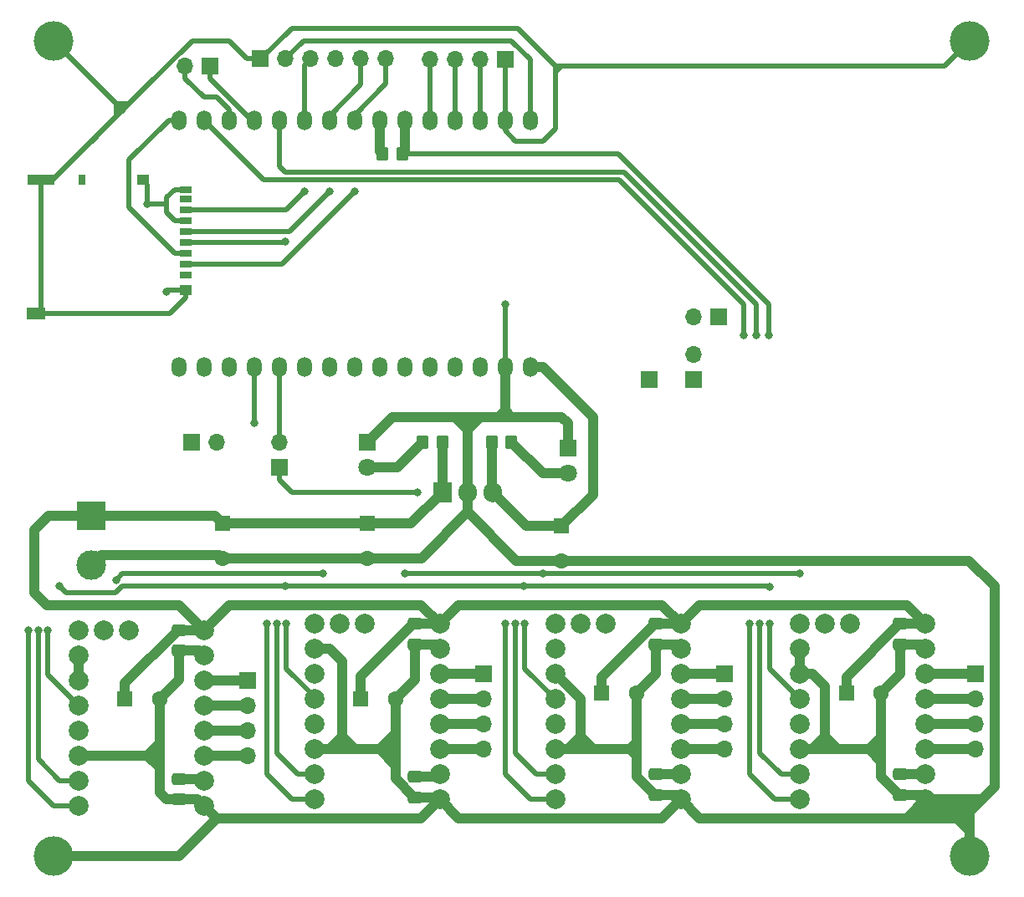
<source format=gbr>
%TF.GenerationSoftware,KiCad,Pcbnew,6.0.0-d3dd2cf0fa~116~ubuntu20.04.1*%
%TF.CreationDate,2022-01-03T11:45:49-03:00*%
%TF.ProjectId,CNC,434e432e-6b69-4636-9164-5f7063625858,1*%
%TF.SameCoordinates,Original*%
%TF.FileFunction,Copper,L1,Top*%
%TF.FilePolarity,Positive*%
%FSLAX46Y46*%
G04 Gerber Fmt 4.6, Leading zero omitted, Abs format (unit mm)*
G04 Created by KiCad (PCBNEW 6.0.0-d3dd2cf0fa~116~ubuntu20.04.1) date 2022-01-03 11:45:49*
%MOMM*%
%LPD*%
G01*
G04 APERTURE LIST*
G04 Aperture macros list*
%AMRoundRect*
0 Rectangle with rounded corners*
0 $1 Rounding radius*
0 $2 $3 $4 $5 $6 $7 $8 $9 X,Y pos of 4 corners*
0 Add a 4 corners polygon primitive as box body*
4,1,4,$2,$3,$4,$5,$6,$7,$8,$9,$2,$3,0*
0 Add four circle primitives for the rounded corners*
1,1,$1+$1,$2,$3*
1,1,$1+$1,$4,$5*
1,1,$1+$1,$6,$7*
1,1,$1+$1,$8,$9*
0 Add four rect primitives between the rounded corners*
20,1,$1+$1,$2,$3,$4,$5,0*
20,1,$1+$1,$4,$5,$6,$7,0*
20,1,$1+$1,$6,$7,$8,$9,0*
20,1,$1+$1,$8,$9,$2,$3,0*%
G04 Aperture macros list end*
%TA.AperFunction,ComponentPad*%
%ADD10O,1.500000X2.000000*%
%TD*%
%TA.AperFunction,ComponentPad*%
%ADD11R,1.600000X1.600000*%
%TD*%
%TA.AperFunction,ComponentPad*%
%ADD12C,1.600000*%
%TD*%
%TA.AperFunction,ComponentPad*%
%ADD13R,1.905000X2.000000*%
%TD*%
%TA.AperFunction,ComponentPad*%
%ADD14O,1.905000X2.000000*%
%TD*%
%TA.AperFunction,ComponentPad*%
%ADD15R,1.800000X1.800000*%
%TD*%
%TA.AperFunction,ComponentPad*%
%ADD16C,1.800000*%
%TD*%
%TA.AperFunction,SMDPad,CuDef*%
%ADD17RoundRect,0.250000X-0.475000X0.337500X-0.475000X-0.337500X0.475000X-0.337500X0.475000X0.337500X0*%
%TD*%
%TA.AperFunction,ComponentPad*%
%ADD18C,2.000000*%
%TD*%
%TA.AperFunction,SMDPad,CuDef*%
%ADD19RoundRect,0.250000X-0.350000X-0.450000X0.350000X-0.450000X0.350000X0.450000X-0.350000X0.450000X0*%
%TD*%
%TA.AperFunction,ComponentPad*%
%ADD20R,1.700000X1.700000*%
%TD*%
%TA.AperFunction,ComponentPad*%
%ADD21O,1.700000X1.700000*%
%TD*%
%TA.AperFunction,SMDPad,CuDef*%
%ADD22RoundRect,0.250000X0.350000X0.450000X-0.350000X0.450000X-0.350000X-0.450000X0.350000X-0.450000X0*%
%TD*%
%TA.AperFunction,ComponentPad*%
%ADD23R,3.000000X3.000000*%
%TD*%
%TA.AperFunction,ComponentPad*%
%ADD24C,3.000000*%
%TD*%
%TA.AperFunction,SMDPad,CuDef*%
%ADD25R,1.200000X0.700000*%
%TD*%
%TA.AperFunction,SMDPad,CuDef*%
%ADD26R,0.800000X1.000000*%
%TD*%
%TA.AperFunction,SMDPad,CuDef*%
%ADD27R,1.900000X1.300000*%
%TD*%
%TA.AperFunction,SMDPad,CuDef*%
%ADD28R,1.200000X1.000000*%
%TD*%
%TA.AperFunction,SMDPad,CuDef*%
%ADD29R,2.800000X1.000000*%
%TD*%
%TA.AperFunction,ViaPad*%
%ADD30C,0.800000*%
%TD*%
%TA.AperFunction,ViaPad*%
%ADD31C,4.000000*%
%TD*%
%TA.AperFunction,Conductor*%
%ADD32C,1.000000*%
%TD*%
%TA.AperFunction,Conductor*%
%ADD33C,0.500000*%
%TD*%
%TA.AperFunction,Conductor*%
%ADD34C,0.250000*%
%TD*%
G04 APERTURE END LIST*
D10*
%TO.P,U2,1,EN*%
%TO.N,unconnected-(U2-Pad1)*%
X115505480Y-91262865D03*
%TO.P,U2,2,VP/GPIO36/ADC1_CH0*%
%TO.N,Net-(U2-Pad2)*%
X118045480Y-91262865D03*
%TO.P,U2,3,VN/GPIO39/ADC1_CH3*%
%TO.N,Net-(U2-Pad3)*%
X120585480Y-91262865D03*
%TO.P,U2,4,GPIO34/ADC1_CH6*%
%TO.N,Net-(U2-Pad4)*%
X123125480Y-91262865D03*
%TO.P,U2,5,GPIO35/ADC1_CH7*%
%TO.N,Net-(U2-Pad5)*%
X125665480Y-91262865D03*
%TO.P,U2,6,GPIO32/ADC1_CH4/TOUCH9*%
%TO.N,A-DIR*%
X128205480Y-91262865D03*
%TO.P,U2,7,GPIO33/ADC1_CH/TOUCH8*%
%TO.N,A-STEP*%
X130745480Y-91262865D03*
%TO.P,U2,8,GPIO25/DAC1/ADC2_CH8*%
%TO.N,Z-DIR*%
X133285480Y-91262865D03*
%TO.P,U2,9,GPIO26/DAC2/ADC2_CH9*%
%TO.N,Z-STEP*%
X135825480Y-91262865D03*
%TO.P,U2,10,GPIO27/ADC2_CH7/TOUCH7*%
%TO.N,MOT-ENABLE*%
X138365480Y-91262865D03*
%TO.P,U2,11,GPIO14/HSPI_CLK/ADC2_CH6/TOUCH6*%
%TO.N,Y-DIR*%
X140905480Y-91262865D03*
%TO.P,U2,12,GPIO12/HSPI_MISO/ADC2_CH5/TOUCH5*%
%TO.N,Y-STEP*%
X143445480Y-91262865D03*
%TO.P,U2,13,GPIO13/HSPI_MOSI/ADC2_CH4/TOUCH4*%
%TO.N,Net-(U2-Pad13)*%
X145985480Y-91262865D03*
%TO.P,U2,14,GND*%
%TO.N,GND*%
X148525480Y-91262865D03*
%TO.P,U2,15,VIN*%
%TO.N,+5V*%
X151065480Y-91262865D03*
%TO.P,U2,16,3V3*%
%TO.N,+3V3*%
X151065480Y-66262865D03*
%TO.P,U2,17,GND*%
%TO.N,GND*%
X148525480Y-66262865D03*
%TO.P,U2,18,GPIO15/HSPI_CS0/ADC2_CH3/TOUCH3*%
%TO.N,Net-(U2-Pad18)*%
X145985480Y-66262865D03*
%TO.P,U2,19,GPIO2/ADC2_CH2/TOUCH2/BOARD_LED*%
%TO.N,Net-(U2-Pad19)*%
X143445480Y-66262865D03*
%TO.P,U2,20,GPIO4/ADC2_CH0/TOUCH0*%
%TO.N,Net-(U2-Pad20)*%
X140905480Y-66262865D03*
%TO.P,U2,21,GPIO16/UART2_RX*%
%TO.N,MOT_UART*%
X138365480Y-66262865D03*
%TO.P,U2,22,GPIO17/UART2_TX*%
%TO.N,Net-(R3-Pad1)*%
X135825480Y-66262865D03*
%TO.P,U2,23,GPIO5/VSPI_CS0*%
%TO.N,SD-CS*%
X133285480Y-66262865D03*
%TO.P,U2,24,GPIO18/VSPI_CLK*%
%TO.N,SD-CLK*%
X130745480Y-66262865D03*
%TO.P,U2,25,GPIO19/VSPI_MISO*%
%TO.N,SD-MISO*%
X128205480Y-66262865D03*
%TO.P,U2,26,GPIO21/I2C_SDA*%
%TO.N,X-STEP*%
X125665480Y-66262865D03*
%TO.P,U2,27,GPIO3/UART0_RX*%
%TO.N,Net-(J5-Pad1)*%
X123125480Y-66262865D03*
%TO.P,U2,28,GPIO1/UART0_TX*%
%TO.N,Net-(J5-Pad2)*%
X120585480Y-66262865D03*
%TO.P,U2,29,GPIO22/I2C_SCL*%
%TO.N,X-DIR*%
X118045480Y-66262865D03*
%TO.P,U2,30,GPIO23/VSPI_MOSI*%
%TO.N,SD-MOSI*%
X115505480Y-66262865D03*
%TD*%
D11*
%TO.P,C11,1*%
%TO.N,+24V*%
X158302829Y-124272865D03*
D12*
%TO.P,C11,2*%
%TO.N,GND*%
X161802829Y-124272865D03*
%TD*%
D13*
%TO.P,U1,1,VI*%
%TO.N,+24V*%
X142175480Y-103962865D03*
D14*
%TO.P,U1,2,GND*%
%TO.N,GND*%
X144715480Y-103962865D03*
%TO.P,U1,3,VO*%
%TO.N,+5V*%
X147255480Y-103962865D03*
%TD*%
D15*
%TO.P,D2,1,K*%
%TO.N,GND*%
X154875480Y-99517865D03*
D16*
%TO.P,D2,2,A*%
%TO.N,Net-(D2-Pad2)*%
X154875480Y-102057865D03*
%TD*%
D11*
%TO.P,C3,1*%
%TO.N,+5V*%
X154240480Y-107390214D03*
D12*
%TO.P,C3,2*%
%TO.N,GND*%
X154240480Y-110890214D03*
%TD*%
D17*
%TO.P,C7,1*%
%TO.N,+24V*%
X139383131Y-117297865D03*
%TO.P,C7,2*%
%TO.N,GND*%
X139383131Y-119372865D03*
%TD*%
D18*
%TO.P,U4,1,EN*%
%TO.N,MOT-ENABLE*%
X178370480Y-117287865D03*
%TO.P,U4,2,MS1*%
%TO.N,GND*%
X178370480Y-119827865D03*
%TO.P,U4,3,MS2*%
X178370480Y-122367865D03*
%TO.P,U4,4,PDN*%
%TO.N,MOT_UART*%
X178370480Y-124907865D03*
%TO.P,U4,5,PDN*%
%TO.N,unconnected-(U4-Pad5)*%
X178370480Y-127447865D03*
%TO.P,U4,6,CLK*%
%TO.N,GND*%
X178370480Y-129987865D03*
%TO.P,U4,7,STEP*%
%TO.N,X-STEP*%
X178370480Y-132527865D03*
%TO.P,U4,8,DIR*%
%TO.N,X-DIR*%
X178370480Y-135067865D03*
%TO.P,U4,9,GND*%
%TO.N,GND*%
X191070480Y-135067865D03*
%TO.P,U4,10,VDD_IO*%
%TO.N,+3V3*%
X191070480Y-132527865D03*
%TO.P,U4,11,B2*%
%TO.N,Net-(MOT_X1-Pad4)*%
X191070480Y-129987865D03*
%TO.P,U4,12,B1*%
%TO.N,Net-(MOT_X1-Pad3)*%
X191070480Y-127447865D03*
%TO.P,U4,13,A1*%
%TO.N,Net-(MOT_X1-Pad2)*%
X191070480Y-124907865D03*
%TO.P,U4,14,A2*%
%TO.N,Net-(MOT_X1-Pad1)*%
X191070480Y-122367865D03*
%TO.P,U4,15,GND*%
%TO.N,GND*%
X191070480Y-119827865D03*
%TO.P,U4,16,VM*%
%TO.N,+24V*%
X191070480Y-117287865D03*
%TO.P,U4,17,DIAG*%
%TO.N,X-DIAG*%
X183450480Y-117287865D03*
%TO.P,U4,18,VREF*%
%TO.N,unconnected-(U4-Pad18)*%
X180910480Y-117287865D03*
%TD*%
D19*
%TO.P,R3,1*%
%TO.N,Net-(R3-Pad1)*%
X136095480Y-69672865D03*
%TO.P,R3,2*%
%TO.N,MOT_UART*%
X138095480Y-69672865D03*
%TD*%
D17*
%TO.P,C13,1*%
%TO.N,+3V3*%
X163765480Y-132537865D03*
%TO.P,C13,2*%
%TO.N,GND*%
X163765480Y-134612865D03*
%TD*%
%TO.P,C8,1*%
%TO.N,+3V3*%
X188530480Y-132537865D03*
%TO.P,C8,2*%
%TO.N,GND*%
X188530480Y-134612865D03*
%TD*%
D15*
%TO.P,D1,1,K*%
%TO.N,GND*%
X134555480Y-98882865D03*
D16*
%TO.P,D1,2,A*%
%TO.N,Net-(D1-Pad2)*%
X134555480Y-101422865D03*
%TD*%
D20*
%TO.P,JP2,1,A*%
%TO.N,Y-DIAG*%
X167575480Y-92537865D03*
D21*
%TO.P,JP2,2,B*%
%TO.N,Net-(U2-Pad3)*%
X167575480Y-89997865D03*
%TD*%
D20*
%TO.P,MOT_Y1,1,Pin_1*%
%TO.N,Net-(MOT_Y1-Pad1)*%
X170750480Y-122377865D03*
D21*
%TO.P,MOT_Y1,2,Pin_2*%
%TO.N,Net-(MOT_Y1-Pad2)*%
X170750480Y-124917865D03*
%TO.P,MOT_Y1,3,Pin_3*%
%TO.N,Net-(MOT_Y1-Pad3)*%
X170750480Y-127457865D03*
%TO.P,MOT_Y1,4,Pin_4*%
%TO.N,Net-(MOT_Y1-Pad4)*%
X170750480Y-129997865D03*
%TD*%
D20*
%TO.P,MOT_Z1,1,Pin_1*%
%TO.N,Net-(MOT_Z1-Pad1)*%
X146368131Y-122387865D03*
D21*
%TO.P,MOT_Z1,2,Pin_2*%
%TO.N,Net-(MOT_Z1-Pad2)*%
X146368131Y-124927865D03*
%TO.P,MOT_Z1,3,Pin_3*%
%TO.N,Net-(MOT_Z1-Pad3)*%
X146368131Y-127467865D03*
%TO.P,MOT_Z1,4,Pin_4*%
%TO.N,Net-(MOT_Z1-Pad4)*%
X146368131Y-130007865D03*
%TD*%
D20*
%TO.P,J5,1,Pin_1*%
%TO.N,Net-(J5-Pad1)*%
X118680480Y-60782865D03*
D21*
%TO.P,J5,2,Pin_2*%
%TO.N,Net-(J5-Pad2)*%
X116140480Y-60782865D03*
%TD*%
D18*
%TO.P,U6,1,EN*%
%TO.N,MOT-ENABLE*%
X153605480Y-117287865D03*
%TO.P,U6,2,MS1*%
%TO.N,+3V3*%
X153605480Y-119827865D03*
%TO.P,U6,3,MS2*%
%TO.N,GND*%
X153605480Y-122367865D03*
%TO.P,U6,4,PDN*%
%TO.N,MOT_UART*%
X153605480Y-124907865D03*
%TO.P,U6,5,PDN*%
%TO.N,unconnected-(U6-Pad5)*%
X153605480Y-127447865D03*
%TO.P,U6,6,CLK*%
%TO.N,GND*%
X153605480Y-129987865D03*
%TO.P,U6,7,STEP*%
%TO.N,Y-STEP*%
X153605480Y-132527865D03*
%TO.P,U6,8,DIR*%
%TO.N,Y-DIR*%
X153605480Y-135067865D03*
%TO.P,U6,9,GND*%
%TO.N,GND*%
X166305480Y-135067865D03*
%TO.P,U6,10,VDD_IO*%
%TO.N,+3V3*%
X166305480Y-132527865D03*
%TO.P,U6,11,B2*%
%TO.N,Net-(MOT_Y1-Pad4)*%
X166305480Y-129987865D03*
%TO.P,U6,12,B1*%
%TO.N,Net-(MOT_Y1-Pad3)*%
X166305480Y-127447865D03*
%TO.P,U6,13,A1*%
%TO.N,Net-(MOT_Y1-Pad2)*%
X166305480Y-124907865D03*
%TO.P,U6,14,A2*%
%TO.N,Net-(MOT_Y1-Pad1)*%
X166305480Y-122367865D03*
%TO.P,U6,15,GND*%
%TO.N,GND*%
X166305480Y-119827865D03*
%TO.P,U6,16,VM*%
%TO.N,+24V*%
X166305480Y-117287865D03*
%TO.P,U6,17,DIAG*%
%TO.N,Y-DIAG*%
X158685480Y-117287865D03*
%TO.P,U6,18,VREF*%
%TO.N,unconnected-(U6-Pad18)*%
X156145480Y-117287865D03*
%TD*%
D20*
%TO.P,J3,1,Pin_1*%
%TO.N,GND*%
X123760480Y-60077865D03*
D21*
%TO.P,J3,2,Pin_2*%
%TO.N,+3V3*%
X126300480Y-60077865D03*
%TO.P,J3,3,Pin_3*%
%TO.N,SD-MISO*%
X128840480Y-60077865D03*
%TO.P,J3,4,Pin_4*%
%TO.N,SD-MOSI*%
X131380480Y-60077865D03*
%TO.P,J3,5,Pin_5*%
%TO.N,SD-CLK*%
X133920480Y-60077865D03*
%TO.P,J3,6,Pin_6*%
%TO.N,SD-CS*%
X136460480Y-60077865D03*
%TD*%
D22*
%TO.P,R1,1*%
%TO.N,+24V*%
X142175480Y-98882865D03*
%TO.P,R1,2*%
%TO.N,Net-(D1-Pad2)*%
X140175480Y-98882865D03*
%TD*%
D20*
%TO.P,JP4,1,A*%
%TO.N,Z-DIAG*%
X125665480Y-101422865D03*
D21*
%TO.P,JP4,2,B*%
%TO.N,Net-(U2-Pad5)*%
X125665480Y-98882865D03*
%TD*%
D23*
%TO.P,J1,1,Pin_1*%
%TO.N,+24V*%
X106615480Y-106330516D03*
D24*
%TO.P,J1,2,Pin_2*%
%TO.N,GND*%
X106615480Y-111330516D03*
%TD*%
D20*
%TO.P,MOT_A1,1,Pin_1*%
%TO.N,Net-(MOT_A1-Pad1)*%
X122490480Y-123012865D03*
D21*
%TO.P,MOT_A1,2,Pin_2*%
%TO.N,Net-(MOT_A1-Pad2)*%
X122490480Y-125552865D03*
%TO.P,MOT_A1,3,Pin_3*%
%TO.N,Net-(MOT_A1-Pad3)*%
X122490480Y-128092865D03*
%TO.P,MOT_A1,4,Pin_4*%
%TO.N,Net-(MOT_A1-Pad4)*%
X122490480Y-130632865D03*
%TD*%
D11*
%TO.P,C2,1*%
%TO.N,+24V*%
X134555480Y-107137865D03*
D12*
%TO.P,C2,2*%
%TO.N,GND*%
X134555480Y-110637865D03*
%TD*%
D20*
%TO.P,J2,1,Pin_1*%
%TO.N,Net-(U2-Pad13)*%
X163130480Y-92532865D03*
%TD*%
D17*
%TO.P,C14,1*%
%TO.N,+24V*%
X115505480Y-117922865D03*
%TO.P,C14,2*%
%TO.N,GND*%
X115505480Y-119997865D03*
%TD*%
D20*
%TO.P,J6,1,Pin_1*%
%TO.N,GND*%
X148525480Y-60147865D03*
D21*
%TO.P,J6,2,Pin_2*%
%TO.N,Net-(U2-Pad18)*%
X145985480Y-60147865D03*
%TO.P,J6,3,Pin_3*%
%TO.N,Net-(U2-Pad19)*%
X143445480Y-60147865D03*
%TO.P,J6,4,Pin_4*%
%TO.N,Net-(U2-Pad20)*%
X140905480Y-60147865D03*
%TD*%
D17*
%TO.P,C12,1*%
%TO.N,+3V3*%
X115505480Y-132992865D03*
%TO.P,C12,2*%
%TO.N,GND*%
X115505480Y-135067865D03*
%TD*%
%TO.P,C15,1*%
%TO.N,+24V*%
X163765480Y-117297865D03*
%TO.P,C15,2*%
%TO.N,GND*%
X163765480Y-119372865D03*
%TD*%
D19*
%TO.P,R2,1*%
%TO.N,+5V*%
X147160480Y-98882865D03*
%TO.P,R2,2*%
%TO.N,Net-(D2-Pad2)*%
X149160480Y-98882865D03*
%TD*%
D11*
%TO.P,C1,1*%
%TO.N,+24V*%
X119950480Y-107137865D03*
D12*
%TO.P,C1,2*%
%TO.N,GND*%
X119950480Y-110637865D03*
%TD*%
D18*
%TO.P,U5,1,EN*%
%TO.N,MOT-ENABLE*%
X105345480Y-117922865D03*
%TO.P,U5,2,MS1*%
%TO.N,+3V3*%
X105345480Y-120462865D03*
%TO.P,U5,3,MS2*%
X105345480Y-123002865D03*
%TO.P,U5,4,PDN*%
%TO.N,MOT_UART*%
X105345480Y-125542865D03*
%TO.P,U5,5,PDN*%
%TO.N,unconnected-(U5-Pad5)*%
X105345480Y-128082865D03*
%TO.P,U5,6,CLK*%
%TO.N,GND*%
X105345480Y-130622865D03*
%TO.P,U5,7,STEP*%
%TO.N,A-STEP*%
X105345480Y-133162865D03*
%TO.P,U5,8,DIR*%
%TO.N,A-DIR*%
X105345480Y-135702865D03*
%TO.P,U5,9,GND*%
%TO.N,GND*%
X118045480Y-135702865D03*
%TO.P,U5,10,VDD_IO*%
%TO.N,+3V3*%
X118045480Y-133162865D03*
%TO.P,U5,11,B2*%
%TO.N,Net-(MOT_A1-Pad4)*%
X118045480Y-130622865D03*
%TO.P,U5,12,B1*%
%TO.N,Net-(MOT_A1-Pad3)*%
X118045480Y-128082865D03*
%TO.P,U5,13,A1*%
%TO.N,Net-(MOT_A1-Pad2)*%
X118045480Y-125542865D03*
%TO.P,U5,14,A2*%
%TO.N,Net-(MOT_A1-Pad1)*%
X118045480Y-123002865D03*
%TO.P,U5,15,GND*%
%TO.N,GND*%
X118045480Y-120462865D03*
%TO.P,U5,16,VM*%
%TO.N,+24V*%
X118045480Y-117922865D03*
%TO.P,U5,17,DIAG*%
%TO.N,A-DIAG*%
X110425480Y-117922865D03*
%TO.P,U5,18,VREF*%
%TO.N,unconnected-(U5-Pad18)*%
X107885480Y-117922865D03*
%TD*%
D17*
%TO.P,C9,1*%
%TO.N,+24V*%
X188530480Y-117297865D03*
%TO.P,C9,2*%
%TO.N,GND*%
X188530480Y-119372865D03*
%TD*%
%TO.P,C5,1*%
%TO.N,+3V3*%
X139383131Y-132770365D03*
%TO.P,C5,2*%
%TO.N,GND*%
X139383131Y-134845365D03*
%TD*%
D11*
%TO.P,C6,1*%
%TO.N,+24V*%
X183067829Y-124272865D03*
D12*
%TO.P,C6,2*%
%TO.N,GND*%
X186567829Y-124272865D03*
%TD*%
D18*
%TO.P,U3,1,EN*%
%TO.N,MOT-ENABLE*%
X129223131Y-117297865D03*
%TO.P,U3,2,MS1*%
%TO.N,GND*%
X129223131Y-119837865D03*
%TO.P,U3,3,MS2*%
%TO.N,+3V3*%
X129223131Y-122377865D03*
%TO.P,U3,4,PDN*%
%TO.N,MOT_UART*%
X129223131Y-124917865D03*
%TO.P,U3,5,PDN*%
%TO.N,unconnected-(U3-Pad5)*%
X129223131Y-127457865D03*
%TO.P,U3,6,CLK*%
%TO.N,GND*%
X129223131Y-129997865D03*
%TO.P,U3,7,STEP*%
%TO.N,Z-STEP*%
X129223131Y-132537865D03*
%TO.P,U3,8,DIR*%
%TO.N,Z-DIR*%
X129223131Y-135077865D03*
%TO.P,U3,9,GND*%
%TO.N,GND*%
X141923131Y-135077865D03*
%TO.P,U3,10,VDD_IO*%
%TO.N,+3V3*%
X141923131Y-132537865D03*
%TO.P,U3,11,B2*%
%TO.N,Net-(MOT_Z1-Pad4)*%
X141923131Y-129997865D03*
%TO.P,U3,12,B1*%
%TO.N,Net-(MOT_Z1-Pad3)*%
X141923131Y-127457865D03*
%TO.P,U3,13,A1*%
%TO.N,Net-(MOT_Z1-Pad2)*%
X141923131Y-124917865D03*
%TO.P,U3,14,A2*%
%TO.N,Net-(MOT_Z1-Pad1)*%
X141923131Y-122377865D03*
%TO.P,U3,15,GND*%
%TO.N,GND*%
X141923131Y-119837865D03*
%TO.P,U3,16,VM*%
%TO.N,+24V*%
X141923131Y-117297865D03*
%TO.P,U3,17,DIAG*%
%TO.N,Z-DIAG*%
X134303131Y-117297865D03*
%TO.P,U3,18,VREF*%
%TO.N,unconnected-(U3-Pad18)*%
X131763131Y-117297865D03*
%TD*%
D11*
%TO.P,C4,1*%
%TO.N,+24V*%
X133920480Y-124917865D03*
D12*
%TO.P,C4,2*%
%TO.N,GND*%
X137420480Y-124917865D03*
%TD*%
D11*
%TO.P,C10,1*%
%TO.N,+24V*%
X110042829Y-124907865D03*
D12*
%TO.P,C10,2*%
%TO.N,GND*%
X113542829Y-124907865D03*
%TD*%
D25*
%TO.P,J4,1,DAT2*%
%TO.N,unconnected-(J4-Pad1)*%
X116170480Y-81942865D03*
%TO.P,J4,2,DAT3/CD*%
%TO.N,SD-CS*%
X116170480Y-80842865D03*
%TO.P,J4,3,CMD*%
%TO.N,SD-MOSI*%
X116170480Y-79742865D03*
%TO.P,J4,4,VDD*%
%TO.N,+3V3*%
X116170480Y-78642865D03*
%TO.P,J4,5,CLK*%
%TO.N,SD-CLK*%
X116170480Y-77542865D03*
%TO.P,J4,6,VSS*%
%TO.N,GND*%
X116170480Y-76442865D03*
%TO.P,J4,7,DAT0*%
%TO.N,SD-MISO*%
X116170480Y-75342865D03*
%TO.P,J4,8,DAT1*%
%TO.N,unconnected-(J4-Pad8)*%
X116170480Y-74242865D03*
%TO.P,J4,9,SHIELD*%
%TO.N,GND*%
X116170480Y-73292865D03*
D26*
%TO.P,J4,10*%
%TO.N,N/C*%
X105670480Y-72342865D03*
D27*
%TO.P,J4,11,SHIELD*%
%TO.N,GND*%
X101070480Y-85842865D03*
D28*
X116170480Y-83492865D03*
X111870480Y-72342865D03*
D29*
X101520480Y-72342865D03*
%TD*%
D20*
%TO.P,JP1,1,A*%
%TO.N,X-DIAG*%
X170115480Y-86182865D03*
D21*
%TO.P,JP1,2,B*%
%TO.N,Net-(U2-Pad2)*%
X167575480Y-86182865D03*
%TD*%
D20*
%TO.P,MOT_X1,1,Pin_1*%
%TO.N,Net-(MOT_X1-Pad1)*%
X196150480Y-122377865D03*
D21*
%TO.P,MOT_X1,2,Pin_2*%
%TO.N,Net-(MOT_X1-Pad2)*%
X196150480Y-124917865D03*
%TO.P,MOT_X1,3,Pin_3*%
%TO.N,Net-(MOT_X1-Pad3)*%
X196150480Y-127457865D03*
%TO.P,MOT_X1,4,Pin_4*%
%TO.N,Net-(MOT_X1-Pad4)*%
X196150480Y-129997865D03*
%TD*%
D20*
%TO.P,JP3,1,A*%
%TO.N,A-DIAG*%
X116775480Y-98882865D03*
D21*
%TO.P,JP3,2,B*%
%TO.N,Net-(U2-Pad4)*%
X119315480Y-98882865D03*
%TD*%
D30*
%TO.N,GND*%
X112330480Y-74752865D03*
X114235480Y-83642865D03*
D31*
X102805480Y-58242865D03*
X102805480Y-140792865D03*
D30*
X148525480Y-84912865D03*
D31*
X195515480Y-58242865D03*
X195515480Y-140792865D03*
D30*
%TO.N,+3V3*%
X126300480Y-78562865D03*
%TO.N,SD-MISO*%
X128205480Y-73482865D03*
%TO.N,SD-CLK*%
X130745480Y-73482865D03*
%TO.N,SD-CS*%
X133285480Y-73482865D03*
%TO.N,MOT_UART*%
X126399486Y-117307865D03*
X102269486Y-117942865D03*
X126300480Y-113487865D03*
X175289486Y-113581871D03*
X103440480Y-113487865D03*
X150430480Y-113487865D03*
X175195480Y-88087865D03*
X175289486Y-117297865D03*
X150529486Y-117307865D03*
%TO.N,Y-STEP*%
X149529983Y-117307865D03*
%TO.N,Y-DIR*%
X148530480Y-117307865D03*
%TO.N,Z-STEP*%
X125399983Y-117307865D03*
%TO.N,Z-DIR*%
X124400480Y-117307865D03*
%TO.N,MOT-ENABLE*%
X138365480Y-112217865D03*
X152335480Y-112217865D03*
X109155480Y-112852865D03*
X130110480Y-112217865D03*
X178370480Y-112217865D03*
%TO.N,A-STEP*%
X101269983Y-117942865D03*
%TO.N,A-DIR*%
X100270480Y-117942865D03*
%TO.N,X-DIR*%
X172655480Y-88087865D03*
X173290480Y-117297865D03*
%TO.N,X-STEP*%
X174289983Y-117297865D03*
X173925480Y-88087865D03*
%TO.N,Z-DIAG*%
X139635480Y-103962865D03*
%TO.N,Net-(U2-Pad4)*%
X123125480Y-96977865D03*
%TD*%
D32*
%TO.N,+24V*%
X134555480Y-107137865D02*
X139000480Y-107137865D01*
X106615480Y-106330516D02*
X119143131Y-106330516D01*
X168200480Y-115392865D02*
X166305480Y-117287865D01*
X102170480Y-115392865D02*
X100900480Y-114122865D01*
X118045480Y-117922865D02*
X115505480Y-117922865D01*
X158302829Y-122680192D02*
X158302829Y-124272865D01*
X118045480Y-117922865D02*
X115515480Y-115392865D01*
X115505480Y-117922865D02*
X115425156Y-117922865D01*
X140018131Y-115392865D02*
X141923131Y-117297865D01*
X115425156Y-117922865D02*
X110042829Y-123305192D01*
X163765480Y-117297865D02*
X163685156Y-117297865D01*
X143828131Y-115392865D02*
X164410480Y-115392865D01*
X189175480Y-115392865D02*
X168200480Y-115392865D01*
X188530480Y-117297865D02*
X188450156Y-117297865D01*
X166305480Y-117287865D02*
X163775480Y-117287865D01*
X141923131Y-117297865D02*
X139383131Y-117297865D01*
X183067829Y-122680192D02*
X183067829Y-124272865D01*
X115515480Y-115392865D02*
X102170480Y-115392865D01*
X139000480Y-107137865D02*
X142175480Y-103962865D01*
X164410480Y-115392865D02*
X166305480Y-117287865D01*
X139209103Y-117297865D02*
X133920480Y-122586488D01*
X120575480Y-115392865D02*
X140018131Y-115392865D01*
X163775480Y-117287865D02*
X163765480Y-117297865D01*
X139383131Y-117297865D02*
X139209103Y-117297865D01*
X100900480Y-114122865D02*
X100900480Y-107772865D01*
X188540480Y-117287865D02*
X188530480Y-117297865D01*
X163685156Y-117297865D02*
X158302829Y-122680192D01*
X191070480Y-117287865D02*
X188540480Y-117287865D01*
X142175480Y-98882865D02*
X142175480Y-103962865D01*
X102342829Y-106330516D02*
X106615480Y-106330516D01*
X133920480Y-122586488D02*
X133920480Y-124917865D01*
X191070480Y-117287865D02*
X189175480Y-115392865D01*
X188450156Y-117297865D02*
X183067829Y-122680192D01*
X119143131Y-106330516D02*
X119950480Y-107137865D01*
X141923131Y-117297865D02*
X143828131Y-115392865D01*
X110042829Y-123305192D02*
X110042829Y-124907865D01*
X100900480Y-107772865D02*
X102342829Y-106330516D01*
X119950480Y-107137865D02*
X134555480Y-107137865D01*
X118045480Y-117922865D02*
X120575480Y-115392865D01*
D33*
%TO.N,GND*%
X114235480Y-74117865D02*
X114235480Y-74752865D01*
D32*
X196795480Y-135067865D02*
X198055480Y-133807865D01*
X144715480Y-98882865D02*
X144715480Y-103962865D01*
D33*
X149795480Y-56972865D02*
X153605480Y-60782865D01*
D32*
X186567829Y-129940214D02*
X186567829Y-128785516D01*
X186567829Y-128785516D02*
X186567829Y-124272865D01*
D33*
X116170480Y-83492865D02*
X116170480Y-84247865D01*
D32*
X154240480Y-110890214D02*
X195457829Y-110890214D01*
X119325480Y-136982865D02*
X119315480Y-136982865D01*
X156135480Y-124897865D02*
X156135480Y-128737865D01*
X112340480Y-130642865D02*
X113542829Y-131845214D01*
X180900480Y-128737865D02*
X180920480Y-128737865D01*
X115505480Y-119997865D02*
X115505480Y-122945214D01*
D33*
X114245480Y-74117865D02*
X114235480Y-74117865D01*
D32*
X194245480Y-136982865D02*
X195515480Y-136982865D01*
X191070480Y-135067865D02*
X189155480Y-136982865D01*
D33*
X101520480Y-85392865D02*
X101070480Y-85842865D01*
D32*
X161755178Y-129987865D02*
X160580480Y-129987865D01*
X115505480Y-119997865D02*
X117580480Y-119997865D01*
X115505480Y-119997865D02*
X115345480Y-119997865D01*
D33*
X101520480Y-72342865D02*
X101520480Y-85392865D01*
D32*
X115505480Y-135067865D02*
X114225480Y-135067865D01*
D33*
X109189087Y-65194258D02*
X109189087Y-65896472D01*
X109472980Y-64910365D02*
X109756873Y-64626472D01*
D32*
X112340480Y-130622865D02*
X112340480Y-130642865D01*
X189155480Y-136982865D02*
X168220480Y-136982865D01*
X130745480Y-129997865D02*
X132015480Y-128727865D01*
X141458131Y-119372865D02*
X141923131Y-119837865D01*
D33*
X112330480Y-74752865D02*
X112330480Y-72802865D01*
D32*
X191070480Y-135067865D02*
X196795480Y-135067865D01*
X148525480Y-95707865D02*
X147890480Y-96342865D01*
D33*
X114235480Y-75602865D02*
X115075480Y-76442865D01*
D32*
X161120178Y-130007865D02*
X161802829Y-130690516D01*
X137420480Y-131577865D02*
X137420480Y-129672865D01*
X115505480Y-140792865D02*
X102805480Y-140792865D01*
X164390480Y-136982865D02*
X166305480Y-135067865D01*
X163765480Y-134612865D02*
X165850480Y-134612865D01*
X160580480Y-129987865D02*
X153605480Y-129987865D01*
D33*
X102805480Y-58242865D02*
X109189087Y-64626472D01*
D32*
X135825480Y-129997865D02*
X137420480Y-128402865D01*
X165850480Y-119372865D02*
X166305480Y-119827865D01*
X132015480Y-129997865D02*
X133285480Y-129997865D01*
X181555480Y-129987865D02*
X182170480Y-129987865D01*
X161802829Y-129940214D02*
X161755178Y-129987865D01*
X139383131Y-134845365D02*
X141690631Y-134845365D01*
X188530480Y-134612865D02*
X190615480Y-134612865D01*
X147890480Y-96342865D02*
X145985480Y-96342865D01*
X178370480Y-119827865D02*
X178370480Y-122367865D01*
X113475178Y-130622865D02*
X113542829Y-130690516D01*
D33*
X115070480Y-73292865D02*
X114245480Y-74117865D01*
X102742694Y-72342865D02*
X111729087Y-63356472D01*
D32*
X180920480Y-128737865D02*
X182170480Y-129987865D01*
D33*
X122420480Y-60077865D02*
X120585480Y-58242865D01*
X154240480Y-60782865D02*
X192975480Y-60782865D01*
D32*
X137405480Y-131577865D02*
X137420480Y-131577865D01*
D33*
X101520480Y-72342865D02*
X102742694Y-72342865D01*
D32*
X143445480Y-96342865D02*
X142810480Y-96342865D01*
D33*
X192975480Y-60782865D02*
X195515480Y-58242865D01*
D32*
X180900480Y-123637865D02*
X180900480Y-128737865D01*
X134555480Y-98882865D02*
X137095480Y-96342865D01*
X132015480Y-128727865D02*
X133285480Y-129997865D01*
D33*
X109472980Y-64910365D02*
X109189087Y-65194258D01*
D32*
X139383131Y-122955214D02*
X137420480Y-124917865D01*
X119315480Y-136982865D02*
X115505480Y-140792865D01*
X155520480Y-129987865D02*
X156135480Y-129987865D01*
X163765480Y-119372865D02*
X165850480Y-119372865D01*
X117410480Y-135067865D02*
X118045480Y-135702865D01*
X112340480Y-130622865D02*
X113542829Y-129420516D01*
X178370480Y-122367865D02*
X179630480Y-122367865D01*
X185365480Y-129987865D02*
X186567829Y-128785516D01*
D33*
X153605480Y-67132865D02*
X152335480Y-68402865D01*
D32*
X161802829Y-130690516D02*
X161802829Y-132730538D01*
D33*
X116170480Y-73292865D02*
X115070480Y-73292865D01*
D32*
X137420480Y-132963038D02*
X137420480Y-131577865D01*
X154875480Y-96977865D02*
X154240480Y-96342865D01*
X163765480Y-122310214D02*
X161802829Y-124272865D01*
X185345480Y-129987865D02*
X186520178Y-129987865D01*
D33*
X110459087Y-64626472D02*
X110141587Y-64943972D01*
D32*
X156135480Y-128737865D02*
X156155480Y-128737865D01*
D33*
X152335480Y-68402865D02*
X149595480Y-68402865D01*
D32*
X154885480Y-129987865D02*
X155520480Y-129987865D01*
X129223131Y-129997865D02*
X130745480Y-129997865D01*
X137095480Y-96342865D02*
X142810480Y-96342865D01*
D33*
X148525480Y-84912865D02*
X148525480Y-91262865D01*
D32*
X156135480Y-128737865D02*
X154885480Y-129987865D01*
X114225480Y-135067865D02*
X113542829Y-134385214D01*
X148525480Y-91262865D02*
X148525480Y-95707865D01*
X168220480Y-136982865D02*
X166305480Y-135067865D01*
X163765480Y-119372865D02*
X163765480Y-122310214D01*
X156155480Y-128737865D02*
X157405480Y-129987865D01*
D33*
X109189087Y-64626472D02*
X110391873Y-64626472D01*
D34*
X139383131Y-119605365D02*
X139615631Y-119837865D01*
D32*
X195515480Y-138252865D02*
X195515480Y-140792865D01*
D33*
X109756873Y-64626472D02*
X110391873Y-64626472D01*
D32*
X132015480Y-128727865D02*
X132015480Y-129997865D01*
X134555480Y-110637865D02*
X119950480Y-110637865D01*
X137420480Y-128402865D02*
X137420480Y-124917865D01*
D33*
X153605480Y-60782865D02*
X153605480Y-61417865D01*
X116170480Y-83492865D02*
X114385480Y-83492865D01*
D32*
X144715480Y-97612865D02*
X143445480Y-96342865D01*
D33*
X114235480Y-74752865D02*
X114235480Y-75602865D01*
D32*
X113542829Y-130690516D02*
X113542829Y-129420516D01*
X180900480Y-128737865D02*
X179650480Y-129987865D01*
X188450156Y-134612865D02*
X186567829Y-132730538D01*
X117580480Y-119997865D02*
X118045480Y-120462865D01*
D33*
X114385480Y-83492865D02*
X114235480Y-83642865D01*
D32*
X188530480Y-122310214D02*
X186567829Y-124272865D01*
X144715480Y-96342865D02*
X145985480Y-96342865D01*
X149160480Y-96342865D02*
X147890480Y-96342865D01*
X119325480Y-136982865D02*
X140018131Y-136982865D01*
X196795480Y-135067865D02*
X195515480Y-136347865D01*
X139302807Y-134845365D02*
X137420480Y-132963038D01*
X186567829Y-132730538D02*
X186567829Y-131210214D01*
X180900480Y-128737865D02*
X180900480Y-129987865D01*
X139383131Y-119372865D02*
X141458131Y-119372865D01*
D33*
X109189087Y-64626472D02*
X109472980Y-64910365D01*
D32*
X135825480Y-129997865D02*
X137095480Y-129997865D01*
X153605480Y-129987865D02*
X154885480Y-129987865D01*
D33*
X153605480Y-61417865D02*
X153605480Y-67132865D01*
D32*
X194245480Y-136982865D02*
X195515480Y-138252865D01*
X115505480Y-135067865D02*
X117410480Y-135067865D01*
X180900480Y-129987865D02*
X181555480Y-129987865D01*
X107633131Y-110312865D02*
X119625480Y-110312865D01*
D33*
X109189087Y-65896472D02*
X106600480Y-68485078D01*
D32*
X156135480Y-129987865D02*
X157405480Y-129987865D01*
X133285480Y-129997865D02*
X135825480Y-129997865D01*
X144715480Y-97612865D02*
X144715480Y-98882865D01*
X106615480Y-111330516D02*
X107633131Y-110312865D01*
X113542829Y-131845214D02*
X113542829Y-130690516D01*
X153605480Y-122367865D02*
X156135480Y-124897865D01*
D33*
X109824087Y-65261472D02*
X109189087Y-65896472D01*
D32*
X105345480Y-130622865D02*
X112340480Y-130622865D01*
X161120178Y-129987865D02*
X161120178Y-130007865D01*
X140040480Y-110637865D02*
X144715480Y-105962865D01*
X161802829Y-129305214D02*
X161802829Y-129940214D01*
X188530480Y-134612865D02*
X188450156Y-134612865D01*
X180900480Y-129332865D02*
X181555480Y-129987865D01*
D33*
X112330480Y-72802865D02*
X111870480Y-72342865D01*
X148525480Y-60147865D02*
X148525480Y-66262865D01*
D32*
X185345480Y-129987865D02*
X185365480Y-129987865D01*
X132015480Y-121107865D02*
X132015480Y-128727865D01*
X163765480Y-134612865D02*
X163685156Y-134612865D01*
X149160480Y-96342865D02*
X148525480Y-95707865D01*
D33*
X110141587Y-64943972D02*
X109824087Y-65261472D01*
X149595480Y-68402865D02*
X148525480Y-67332865D01*
D32*
X112340480Y-130622865D02*
X113475178Y-130622865D01*
X145985480Y-96342865D02*
X144715480Y-97612865D01*
X134555480Y-110637865D02*
X140040480Y-110637865D01*
X113542829Y-134385214D02*
X113542829Y-131845214D01*
X190615480Y-134612865D02*
X191070480Y-135067865D01*
D33*
X109189087Y-64626472D02*
X109189087Y-65194258D01*
D32*
X141923131Y-135077865D02*
X143828131Y-136982865D01*
X144715480Y-105962865D02*
X144715480Y-103962865D01*
X180900480Y-128737865D02*
X180900480Y-129332865D01*
D33*
X109506587Y-64943972D02*
X110141587Y-64943972D01*
D32*
X179650480Y-129987865D02*
X180900480Y-129987865D01*
X189155480Y-136982865D02*
X194245480Y-136982865D01*
X188530480Y-119372865D02*
X188530480Y-122310214D01*
D33*
X148525480Y-67332865D02*
X148525480Y-66262865D01*
D32*
X160580480Y-129987865D02*
X161120178Y-129987865D01*
D33*
X116170480Y-84247865D02*
X114575480Y-85842865D01*
X123760480Y-60077865D02*
X123830480Y-60077865D01*
X110391873Y-64626472D02*
X110459087Y-64626472D01*
X153605480Y-60782865D02*
X154240480Y-60782865D01*
D32*
X139383131Y-119372865D02*
X139383131Y-122955214D01*
X144715480Y-105962865D02*
X149642829Y-110890214D01*
X130745480Y-119837865D02*
X132015480Y-121107865D01*
X195515480Y-136347865D02*
X195515480Y-136982865D01*
D33*
X109472980Y-64910365D02*
X109824087Y-65261472D01*
D32*
X186567829Y-131210214D02*
X186567829Y-129940214D01*
D33*
X109472980Y-64910365D02*
X109506587Y-64943972D01*
D32*
X154875480Y-99517865D02*
X154875480Y-96977865D01*
X144715480Y-96342865D02*
X144715480Y-98882865D01*
D33*
X114575480Y-85842865D02*
X101070480Y-85842865D01*
D32*
X156135480Y-128737865D02*
X156135480Y-129987865D01*
X142810480Y-96342865D02*
X144715480Y-96342865D01*
X195515480Y-136982865D02*
X195515480Y-138252865D01*
X140018131Y-136982865D02*
X141923131Y-135077865D01*
X157405480Y-129987865D02*
X159965480Y-129987865D01*
X182170480Y-129987865D02*
X185345480Y-129987865D01*
D34*
X139383131Y-134845365D02*
X139615631Y-135077865D01*
D33*
X115075480Y-76442865D02*
X116170480Y-76442865D01*
X116842693Y-58242865D02*
X111729087Y-63356472D01*
D32*
X137420480Y-129672865D02*
X137420480Y-128402865D01*
D33*
X111729087Y-63356472D02*
X110459087Y-64626472D01*
D32*
X186520178Y-129987865D02*
X186567829Y-129940214D01*
X129223131Y-119837865D02*
X130745480Y-119837865D01*
X130745480Y-129997865D02*
X132015480Y-129997865D01*
X113542829Y-129420516D02*
X113542829Y-124907865D01*
X161802829Y-124272865D02*
X161802829Y-129305214D01*
X190615480Y-119372865D02*
X191070480Y-119827865D01*
X161120178Y-129987865D02*
X161802829Y-129305214D01*
X179630480Y-122367865D02*
X180900480Y-123637865D01*
D33*
X123830480Y-60077865D02*
X126935480Y-56972865D01*
D32*
X154240480Y-96342865D02*
X149160480Y-96342865D01*
D33*
X114235480Y-74752865D02*
X112330480Y-74752865D01*
D32*
X143828131Y-136982865D02*
X164390480Y-136982865D01*
X118045480Y-135702865D02*
X119325480Y-136982865D01*
X163685156Y-134612865D02*
X162052818Y-132980527D01*
X161802829Y-129940214D02*
X161802829Y-130690516D01*
D33*
X123760480Y-60077865D02*
X122420480Y-60077865D01*
D32*
X115505480Y-122945214D02*
X113542829Y-124907865D01*
X137095480Y-129997865D02*
X137420480Y-129672865D01*
X165850480Y-134612865D02*
X166305480Y-135067865D01*
X195457829Y-110890214D02*
X198055480Y-113487865D01*
X185345480Y-129987865D02*
X186567829Y-131210214D01*
X139383131Y-134845365D02*
X139302807Y-134845365D01*
X198055480Y-113487865D02*
X198055480Y-133807865D01*
X188530480Y-119372865D02*
X190615480Y-119372865D01*
X119625480Y-110312865D02*
X119950480Y-110637865D01*
D33*
X126935480Y-56972865D02*
X149795480Y-56972865D01*
D32*
X135825480Y-129997865D02*
X137405480Y-131577865D01*
X141690631Y-134845365D02*
X141923131Y-135077865D01*
X149642829Y-110890214D02*
X154240480Y-110890214D01*
X178370480Y-129987865D02*
X179650480Y-129987865D01*
D33*
X120585480Y-58242865D02*
X116842693Y-58242865D01*
X154240480Y-60782865D02*
X153605480Y-61417865D01*
D32*
X161802829Y-132730538D02*
X162052818Y-132980527D01*
%TO.N,+5V*%
X147160480Y-103867865D02*
X147255480Y-103962865D01*
X147160480Y-98882865D02*
X147160480Y-103867865D01*
X154240480Y-107390214D02*
X150682829Y-107390214D01*
X154240480Y-107390214D02*
X157415480Y-104215214D01*
X150682829Y-107390214D02*
X147255480Y-103962865D01*
X157415480Y-96342865D02*
X152335480Y-91262865D01*
X157415480Y-104215214D02*
X157415480Y-96342865D01*
X152335480Y-91262865D02*
X151065480Y-91262865D01*
%TO.N,+3V3*%
X141690631Y-132770365D02*
X141923131Y-132537865D01*
D33*
X128135480Y-58242865D02*
X149160480Y-58242865D01*
X126300480Y-60077865D02*
X128135480Y-58242865D01*
D32*
X191060480Y-132537865D02*
X191070480Y-132527865D01*
X117875480Y-132992865D02*
X118045480Y-133162865D01*
X139383131Y-132770365D02*
X141690631Y-132770365D01*
X163765480Y-132537865D02*
X166295480Y-132537865D01*
X105345480Y-120462865D02*
X105345480Y-123002865D01*
X166295480Y-132537865D02*
X166305480Y-132527865D01*
X115505480Y-132992865D02*
X117875480Y-132992865D01*
D33*
X126220480Y-78642865D02*
X116170480Y-78642865D01*
X126300480Y-78562865D02*
X126220480Y-78642865D01*
X151065480Y-60147865D02*
X151065480Y-66262865D01*
X149160480Y-58242865D02*
X151065480Y-60147865D01*
D32*
X188530480Y-132537865D02*
X191060480Y-132537865D01*
%TO.N,Net-(D1-Pad2)*%
X137635480Y-101422865D02*
X134555480Y-101422865D01*
X140175480Y-98882865D02*
X137635480Y-101422865D01*
%TO.N,Net-(D2-Pad2)*%
X152335480Y-102057865D02*
X154875480Y-102057865D01*
X149160480Y-98882865D02*
X152335480Y-102057865D01*
D33*
%TO.N,SD-MISO*%
X128205480Y-60712865D02*
X128205480Y-66262865D01*
X128205480Y-73482865D02*
X126345480Y-75342865D01*
X126345480Y-75342865D02*
X116170480Y-75342865D01*
X128840480Y-60077865D02*
X128205480Y-60712865D01*
%TO.N,SD-MOSI*%
X115070480Y-79742865D02*
X110425480Y-75097865D01*
X110425480Y-70307865D02*
X114470480Y-66262865D01*
X116170480Y-79742865D02*
X115070480Y-79742865D01*
X114470480Y-66262865D02*
X115505480Y-66262865D01*
X110425480Y-75097865D02*
X110425480Y-70307865D01*
%TO.N,SD-CLK*%
X130745480Y-73482865D02*
X126685480Y-77542865D01*
X133920480Y-60077865D02*
X133920480Y-62687865D01*
X130745480Y-65862865D02*
X130745480Y-66262865D01*
X133920480Y-62687865D02*
X130745480Y-65862865D01*
X126685480Y-77542865D02*
X116170480Y-77542865D01*
%TO.N,SD-CS*%
X133285480Y-66262865D02*
X133285480Y-65792865D01*
X133285480Y-73482865D02*
X125925480Y-80842865D01*
X136460480Y-62617865D02*
X136460480Y-60077865D01*
X133285480Y-65792865D02*
X136460480Y-62617865D01*
X125925480Y-80842865D02*
X116170480Y-80842865D01*
%TO.N,Net-(J5-Pad1)*%
X118680480Y-62052865D02*
X122890480Y-66262865D01*
X118680480Y-60782865D02*
X118680480Y-62052865D01*
X122890480Y-66262865D02*
X123125480Y-66262865D01*
%TO.N,Net-(J5-Pad2)*%
X120585480Y-65227865D02*
X120585480Y-66262865D01*
X119315480Y-63957865D02*
X120585480Y-65227865D01*
X118045480Y-63957865D02*
X119315480Y-63957865D01*
X116140480Y-62052865D02*
X118045480Y-63957865D01*
X116140480Y-60782865D02*
X116140480Y-62052865D01*
D32*
%TO.N,Net-(MOT_A1-Pad1)*%
X118055480Y-123012865D02*
X118045480Y-123002865D01*
X122490480Y-123012865D02*
X118055480Y-123012865D01*
%TO.N,Net-(MOT_A1-Pad2)*%
X118055480Y-125552865D02*
X118045480Y-125542865D01*
X122490480Y-125552865D02*
X118055480Y-125552865D01*
%TO.N,Net-(MOT_A1-Pad3)*%
X122480480Y-128082865D02*
X122490480Y-128092865D01*
X118045480Y-128082865D02*
X122480480Y-128082865D01*
%TO.N,Net-(MOT_A1-Pad4)*%
X118055480Y-130632865D02*
X118045480Y-130622865D01*
X122490480Y-130632865D02*
X118055480Y-130632865D01*
%TO.N,Net-(MOT_X1-Pad1)*%
X191070480Y-122367865D02*
X196140480Y-122367865D01*
X196140480Y-122367865D02*
X196150480Y-122377865D01*
%TO.N,Net-(MOT_X1-Pad2)*%
X191080480Y-124917865D02*
X191070480Y-124907865D01*
X196150480Y-124917865D02*
X191080480Y-124917865D01*
%TO.N,Net-(MOT_X1-Pad3)*%
X196140480Y-127447865D02*
X196150480Y-127457865D01*
X191070480Y-127447865D02*
X196140480Y-127447865D01*
%TO.N,Net-(MOT_X1-Pad4)*%
X191080480Y-129997865D02*
X191070480Y-129987865D01*
X196150480Y-129997865D02*
X191080480Y-129997865D01*
%TO.N,Net-(MOT_Y1-Pad1)*%
X166305480Y-122367865D02*
X170740480Y-122367865D01*
X170740480Y-122367865D02*
X170750480Y-122377865D01*
%TO.N,Net-(MOT_Y1-Pad2)*%
X170750480Y-124917865D02*
X166315480Y-124917865D01*
X166315480Y-124917865D02*
X166305480Y-124907865D01*
%TO.N,Net-(MOT_Y1-Pad3)*%
X166305480Y-127447865D02*
X170740480Y-127447865D01*
X170740480Y-127447865D02*
X170750480Y-127457865D01*
%TO.N,Net-(MOT_Y1-Pad4)*%
X166315480Y-129997865D02*
X166305480Y-129987865D01*
X170750480Y-129997865D02*
X166315480Y-129997865D01*
%TO.N,Net-(MOT_Z1-Pad1)*%
X146368131Y-122387865D02*
X141933131Y-122387865D01*
X141933131Y-122387865D02*
X141923131Y-122377865D01*
%TO.N,Net-(MOT_Z1-Pad2)*%
X146358131Y-124917865D02*
X146368131Y-124927865D01*
X141923131Y-124917865D02*
X146358131Y-124917865D01*
%TO.N,Net-(MOT_Z1-Pad3)*%
X141933131Y-127467865D02*
X141923131Y-127457865D01*
X146368131Y-127467865D02*
X141933131Y-127467865D01*
%TO.N,Net-(MOT_Z1-Pad4)*%
X146368131Y-130007865D02*
X141933131Y-130007865D01*
X141933131Y-130007865D02*
X141923131Y-129997865D01*
%TO.N,Net-(R3-Pad1)*%
X135825480Y-69402865D02*
X136095480Y-69672865D01*
X135825480Y-66262865D02*
X135825480Y-69402865D01*
D33*
%TO.N,MOT_UART*%
X150430480Y-113487865D02*
X175195480Y-113487865D01*
D32*
X138365480Y-66262865D02*
X138365480Y-69402865D01*
D33*
X129480480Y-124917865D02*
X126399486Y-121836871D01*
X105350480Y-125552865D02*
X102269486Y-122471871D01*
X175195480Y-84912865D02*
X159955480Y-69672865D01*
X109721871Y-113487865D02*
X126300480Y-113487865D01*
X159955480Y-69672865D02*
X138095480Y-69672865D01*
D32*
X138365480Y-69402865D02*
X138095480Y-69672865D01*
D33*
X103440480Y-113487865D02*
X104075480Y-114122865D01*
X178370480Y-124907865D02*
X175289486Y-121826871D01*
X109086871Y-114122865D02*
X109721871Y-113487865D01*
X175195480Y-88087865D02*
X175195480Y-84912865D01*
X104075480Y-114122865D02*
X109086871Y-114122865D01*
X102269486Y-122471871D02*
X102269486Y-117942865D01*
X126300480Y-113487865D02*
X150430480Y-113487865D01*
X175289486Y-121826871D02*
X175289486Y-117297865D01*
X153610480Y-124917865D02*
X150529486Y-121836871D01*
X175195480Y-113487865D02*
X175289486Y-113581871D01*
X126399486Y-121836871D02*
X126399486Y-117307865D01*
X150529486Y-121836871D02*
X150529486Y-117307865D01*
%TO.N,Y-STEP*%
X153610480Y-132537865D02*
X151695480Y-132537865D01*
X149529983Y-130372368D02*
X149529983Y-117307865D01*
X151695480Y-132537865D02*
X149529983Y-130372368D01*
%TO.N,Y-DIR*%
X151060480Y-135077865D02*
X148530480Y-132547865D01*
X153610480Y-135077865D02*
X151060480Y-135077865D01*
X148530480Y-132547865D02*
X148530480Y-117307865D01*
%TO.N,Z-STEP*%
X127565480Y-132537865D02*
X125399983Y-130372368D01*
X125399983Y-130372368D02*
X125399983Y-117307865D01*
X129480480Y-132537865D02*
X127565480Y-132537865D01*
%TO.N,Z-DIR*%
X129480480Y-135077865D02*
X126930480Y-135077865D01*
X126930480Y-135077865D02*
X124400480Y-132547865D01*
X124400480Y-132547865D02*
X124400480Y-117307865D01*
%TO.N,MOT-ENABLE*%
X109155480Y-112852865D02*
X109790480Y-112217865D01*
X152335480Y-112217865D02*
X178370480Y-112217865D01*
X152335480Y-112217865D02*
X138365480Y-112217865D01*
X109790480Y-112217865D02*
X130110480Y-112217865D01*
%TO.N,A-STEP*%
X101269983Y-131007368D02*
X101269983Y-117942865D01*
X105350480Y-133172865D02*
X103435480Y-133172865D01*
X103435480Y-133172865D02*
X101269983Y-131007368D01*
%TO.N,A-DIR*%
X105350480Y-135712865D02*
X102800480Y-135712865D01*
X102800480Y-135712865D02*
X100270480Y-133182865D01*
X100270480Y-133182865D02*
X100270480Y-117942865D01*
%TO.N,X-DIR*%
X172655480Y-88087865D02*
X172655480Y-84912865D01*
X178370480Y-135067865D02*
X175820480Y-135067865D01*
X172655480Y-84912865D02*
X160020000Y-72277385D01*
X124060000Y-72277385D02*
X118045480Y-66262865D01*
X175820480Y-135067865D02*
X173290480Y-132537865D01*
X160020000Y-72277385D02*
X124060000Y-72277385D01*
X173290480Y-132537865D02*
X173290480Y-117297865D01*
%TO.N,X-STEP*%
X125665480Y-70942865D02*
X125665480Y-66262865D01*
X126300480Y-71577865D02*
X125665480Y-70942865D01*
X178370480Y-132527865D02*
X176455480Y-132527865D01*
X174289983Y-130362368D02*
X174289983Y-117297865D01*
X173925480Y-88087865D02*
X173925480Y-84912865D01*
X160590480Y-71577865D02*
X126300480Y-71577865D01*
X176455480Y-132527865D02*
X174289983Y-130362368D01*
X173925480Y-84912865D02*
X160590480Y-71577865D01*
%TO.N,Z-DIAG*%
X126935480Y-103962865D02*
X125665480Y-102692865D01*
X125665480Y-102692865D02*
X125665480Y-101422865D01*
X139635480Y-103962865D02*
X126935480Y-103962865D01*
%TO.N,Net-(U2-Pad4)*%
X123125480Y-96977865D02*
X123125480Y-91262865D01*
%TO.N,Net-(U2-Pad5)*%
X125665480Y-99517865D02*
X125665480Y-91262865D01*
%TO.N,Net-(U2-Pad18)*%
X145970480Y-66247865D02*
X145985480Y-66262865D01*
X145970480Y-60147865D02*
X145970480Y-66247865D01*
%TO.N,Net-(U2-Pad19)*%
X143430480Y-66247865D02*
X143445480Y-66262865D01*
X143430480Y-60147865D02*
X143430480Y-66247865D01*
%TO.N,Net-(U2-Pad20)*%
X140905480Y-60162865D02*
X140890480Y-60147865D01*
X140905480Y-66262865D02*
X140905480Y-60162865D01*
%TD*%
%TA.AperFunction,Conductor*%
%TO.N,GND*%
G36*
X196549411Y-135097867D02*
G01*
X196595904Y-135151523D01*
X196606008Y-135221797D01*
X196576514Y-135286377D01*
X196570385Y-135292960D01*
X194917385Y-136945960D01*
X194855073Y-136979986D01*
X194828290Y-136982865D01*
X189469670Y-136982865D01*
X189401549Y-136962863D01*
X189355056Y-136909207D01*
X189344952Y-136838933D01*
X189374446Y-136774353D01*
X189380575Y-136767770D01*
X191033575Y-135114770D01*
X191095887Y-135080744D01*
X191122670Y-135077865D01*
X196481290Y-135077865D01*
X196549411Y-135097867D01*
G37*
%TD.AperFunction*%
%TD*%
M02*

</source>
